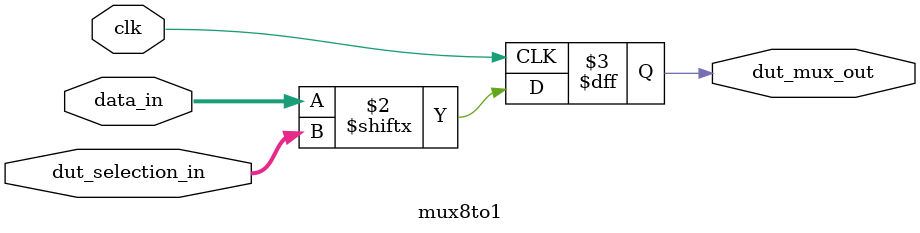
<source format=v>
module mux8to1(input [7:0]data_in,input [2:0]dut_selection_in,output reg dut_mux_out,input clk);

// ------------------------ input is 8bit data  ----------------------------//
// ------------------------selection is for selecting which data to transmit ---------------------------------//
always@(posedge clk)
		  begin
				//	mux_out<=data_in[selection_in];
					dut_mux_out<=data_in[dut_selection_in];
					$display($time,"inside dut data_in=%b selection_in=%0d mux_out=%b clk=%b ",data_in,dut_selection_in,dut_mux_out,clk);

		  end
endmodule



</source>
